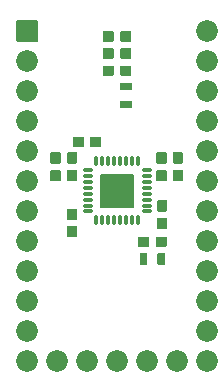
<source format=gbr>
%TF.GenerationSoftware,KiCad,Pcbnew,(5.1.9)-1*%
%TF.CreationDate,2021-07-11T13:39:41+02:00*%
%TF.ProjectId,TinyFPGA-A,54696e79-4650-4474-912d-412e6b696361,rev?*%
%TF.SameCoordinates,Original*%
%TF.FileFunction,Soldermask,Top*%
%TF.FilePolarity,Negative*%
%FSLAX46Y46*%
G04 Gerber Fmt 4.6, Leading zero omitted, Abs format (unit mm)*
G04 Created by KiCad (PCBNEW (5.1.9)-1) date 2021-07-11 13:39:41*
%MOMM*%
%LPD*%
G01*
G04 APERTURE LIST*
%ADD10C,0.300000*%
%ADD11C,0.150000*%
%ADD12C,1.840000*%
%ADD13O,1.840000X1.840000*%
%ADD14O,0.380000X0.840000*%
%ADD15O,0.840000X0.380000*%
G04 APERTURE END LIST*
D10*
%TO.C,U1*%
X90150000Y-132905500D02*
X87650000Y-132905500D01*
D11*
X90250000Y-131555500D02*
X90250000Y-134255500D01*
X87550000Y-131555500D02*
X90250000Y-131555500D01*
X87550000Y-134255500D02*
X87550000Y-131555500D01*
X90250000Y-134255500D02*
X87550000Y-134255500D01*
D10*
X88900000Y-134155500D02*
X88900000Y-131655500D01*
%TD*%
D12*
%TO.C,J3*%
X83820000Y-147320000D03*
D13*
X86360000Y-147320000D03*
X88900000Y-147320000D03*
X91440000Y-147320000D03*
X93980000Y-147320000D03*
%TD*%
%TO.C,J2*%
X96520000Y-147320000D03*
X96520000Y-144780000D03*
X96520000Y-142240000D03*
X96520000Y-139700000D03*
X96520000Y-137160000D03*
X96520000Y-134620000D03*
X96520000Y-132080000D03*
X96520000Y-129540000D03*
X96520000Y-127000000D03*
X96520000Y-124460000D03*
X96520000Y-121920000D03*
D12*
X96520000Y-119380000D03*
%TD*%
%TO.C,J1*%
G36*
G01*
X80360000Y-120230000D02*
X80360000Y-118530000D01*
G75*
G02*
X80430000Y-118460000I70000J0D01*
G01*
X82130000Y-118460000D01*
G75*
G02*
X82200000Y-118530000I0J-70000D01*
G01*
X82200000Y-120230000D01*
G75*
G02*
X82130000Y-120300000I-70000J0D01*
G01*
X80430000Y-120300000D01*
G75*
G02*
X80360000Y-120230000I0J70000D01*
G01*
G37*
D13*
X81280000Y-121920000D03*
X81280000Y-124460000D03*
X81280000Y-127000000D03*
X81280000Y-129540000D03*
X81280000Y-132080000D03*
X81280000Y-134620000D03*
X81280000Y-137160000D03*
X81280000Y-139700000D03*
X81280000Y-142240000D03*
X81280000Y-144780000D03*
X81280000Y-147320000D03*
%TD*%
D14*
%TO.C,U1*%
X90650000Y-135405500D03*
X90150000Y-135405500D03*
X89650000Y-135405500D03*
X89150000Y-135405500D03*
X88650000Y-135405500D03*
X88150000Y-135405500D03*
X87650000Y-135405500D03*
X87150000Y-135405500D03*
D15*
X86400000Y-134655500D03*
X86400000Y-134155500D03*
X86400000Y-133655500D03*
X86400000Y-133155500D03*
X86400000Y-132655500D03*
X86400000Y-132155500D03*
X86400000Y-131655500D03*
X86400000Y-131155500D03*
D14*
X87150000Y-130405500D03*
X87650000Y-130405500D03*
X88150000Y-130405500D03*
X88650000Y-130405500D03*
X89150000Y-130405500D03*
X89650000Y-130405500D03*
X90150000Y-130405500D03*
X90650000Y-130405500D03*
D15*
X91400000Y-131155500D03*
X91400000Y-131655500D03*
X91400000Y-132155500D03*
X91400000Y-132655500D03*
X91400000Y-133155500D03*
X91400000Y-133655500D03*
X91400000Y-134155500D03*
X91400000Y-134655500D03*
G36*
G01*
X90255000Y-133020500D02*
X90255000Y-134190500D01*
G75*
G02*
X90185000Y-134260500I-70000J0D01*
G01*
X89015000Y-134260500D01*
G75*
G02*
X88945000Y-134190500I0J70000D01*
G01*
X88945000Y-133020500D01*
G75*
G02*
X89015000Y-132950500I70000J0D01*
G01*
X90185000Y-132950500D01*
G75*
G02*
X90255000Y-133020500I0J-70000D01*
G01*
G37*
G36*
G01*
X88855000Y-131620500D02*
X88855000Y-132790500D01*
G75*
G02*
X88785000Y-132860500I-70000J0D01*
G01*
X87615000Y-132860500D01*
G75*
G02*
X87545000Y-132790500I0J70000D01*
G01*
X87545000Y-131620500D01*
G75*
G02*
X87615000Y-131550500I70000J0D01*
G01*
X88785000Y-131550500D01*
G75*
G02*
X88855000Y-131620500I0J-70000D01*
G01*
G37*
G36*
G01*
X88855000Y-133020500D02*
X88855000Y-134190500D01*
G75*
G02*
X88785000Y-134260500I-70000J0D01*
G01*
X87615000Y-134260500D01*
G75*
G02*
X87545000Y-134190500I0J70000D01*
G01*
X87545000Y-133020500D01*
G75*
G02*
X87615000Y-132950500I70000J0D01*
G01*
X88785000Y-132950500D01*
G75*
G02*
X88855000Y-133020500I0J-70000D01*
G01*
G37*
G36*
G01*
X90255000Y-131620500D02*
X90255000Y-132790500D01*
G75*
G02*
X90185000Y-132860500I-70000J0D01*
G01*
X89015000Y-132860500D01*
G75*
G02*
X88945000Y-132790500I0J70000D01*
G01*
X88945000Y-131620500D01*
G75*
G02*
X89015000Y-131550500I70000J0D01*
G01*
X90185000Y-131550500D01*
G75*
G02*
X90255000Y-131620500I0J-70000D01*
G01*
G37*
%TD*%
%TO.C,C2*%
G36*
G01*
X90120000Y-120910000D02*
X90120000Y-121660000D01*
G75*
G02*
X90050000Y-121730000I-70000J0D01*
G01*
X89250000Y-121730000D01*
G75*
G02*
X89180000Y-121660000I0J70000D01*
G01*
X89180000Y-120910000D01*
G75*
G02*
X89250000Y-120840000I70000J0D01*
G01*
X90050000Y-120840000D01*
G75*
G02*
X90120000Y-120910000I0J-70000D01*
G01*
G37*
G36*
G01*
X88620000Y-120910000D02*
X88620000Y-121660000D01*
G75*
G02*
X88550000Y-121730000I-70000J0D01*
G01*
X87750000Y-121730000D01*
G75*
G02*
X87680000Y-121660000I0J70000D01*
G01*
X87680000Y-120910000D01*
G75*
G02*
X87750000Y-120840000I70000J0D01*
G01*
X88550000Y-120840000D01*
G75*
G02*
X88620000Y-120910000I0J-70000D01*
G01*
G37*
%TD*%
%TO.C,C4*%
G36*
G01*
X84068000Y-132093500D02*
X83318000Y-132093500D01*
G75*
G02*
X83248000Y-132023500I0J70000D01*
G01*
X83248000Y-131223500D01*
G75*
G02*
X83318000Y-131153500I70000J0D01*
G01*
X84068000Y-131153500D01*
G75*
G02*
X84138000Y-131223500I0J-70000D01*
G01*
X84138000Y-132023500D01*
G75*
G02*
X84068000Y-132093500I-70000J0D01*
G01*
G37*
G36*
G01*
X84068000Y-130593500D02*
X83318000Y-130593500D01*
G75*
G02*
X83248000Y-130523500I0J70000D01*
G01*
X83248000Y-129723500D01*
G75*
G02*
X83318000Y-129653500I70000J0D01*
G01*
X84068000Y-129653500D01*
G75*
G02*
X84138000Y-129723500I0J-70000D01*
G01*
X84138000Y-130523500D01*
G75*
G02*
X84068000Y-130593500I-70000J0D01*
G01*
G37*
%TD*%
%TO.C,C8*%
G36*
G01*
X87580000Y-128403000D02*
X87580000Y-129153000D01*
G75*
G02*
X87510000Y-129223000I-70000J0D01*
G01*
X86710000Y-129223000D01*
G75*
G02*
X86640000Y-129153000I0J70000D01*
G01*
X86640000Y-128403000D01*
G75*
G02*
X86710000Y-128333000I70000J0D01*
G01*
X87510000Y-128333000D01*
G75*
G02*
X87580000Y-128403000I0J-70000D01*
G01*
G37*
G36*
G01*
X86080000Y-128403000D02*
X86080000Y-129153000D01*
G75*
G02*
X86010000Y-129223000I-70000J0D01*
G01*
X85210000Y-129223000D01*
G75*
G02*
X85140000Y-129153000I0J70000D01*
G01*
X85140000Y-128403000D01*
G75*
G02*
X85210000Y-128333000I70000J0D01*
G01*
X86010000Y-128333000D01*
G75*
G02*
X86080000Y-128403000I0J-70000D01*
G01*
G37*
%TD*%
%TO.C,C9*%
G36*
G01*
X93034200Y-132093500D02*
X92284200Y-132093500D01*
G75*
G02*
X92214200Y-132023500I0J70000D01*
G01*
X92214200Y-131223500D01*
G75*
G02*
X92284200Y-131153500I70000J0D01*
G01*
X93034200Y-131153500D01*
G75*
G02*
X93104200Y-131223500I0J-70000D01*
G01*
X93104200Y-132023500D01*
G75*
G02*
X93034200Y-132093500I-70000J0D01*
G01*
G37*
G36*
G01*
X93034200Y-130593500D02*
X92284200Y-130593500D01*
G75*
G02*
X92214200Y-130523500I0J70000D01*
G01*
X92214200Y-129723500D01*
G75*
G02*
X92284200Y-129653500I70000J0D01*
G01*
X93034200Y-129653500D01*
G75*
G02*
X93104200Y-129723500I0J-70000D01*
G01*
X93104200Y-130523500D01*
G75*
G02*
X93034200Y-130593500I-70000J0D01*
G01*
G37*
%TD*%
%TO.C,C10*%
G36*
G01*
X94431200Y-132093500D02*
X93681200Y-132093500D01*
G75*
G02*
X93611200Y-132023500I0J70000D01*
G01*
X93611200Y-131223500D01*
G75*
G02*
X93681200Y-131153500I70000J0D01*
G01*
X94431200Y-131153500D01*
G75*
G02*
X94501200Y-131223500I0J-70000D01*
G01*
X94501200Y-132023500D01*
G75*
G02*
X94431200Y-132093500I-70000J0D01*
G01*
G37*
G36*
G01*
X94431200Y-130593500D02*
X93681200Y-130593500D01*
G75*
G02*
X93611200Y-130523500I0J70000D01*
G01*
X93611200Y-129723500D01*
G75*
G02*
X93681200Y-129653500I70000J0D01*
G01*
X94431200Y-129653500D01*
G75*
G02*
X94501200Y-129723500I0J-70000D01*
G01*
X94501200Y-130523500D01*
G75*
G02*
X94431200Y-130593500I-70000J0D01*
G01*
G37*
%TD*%
%TO.C,C11*%
G36*
G01*
X92335000Y-133717500D02*
X93085000Y-133717500D01*
G75*
G02*
X93155000Y-133787500I0J-70000D01*
G01*
X93155000Y-134587500D01*
G75*
G02*
X93085000Y-134657500I-70000J0D01*
G01*
X92335000Y-134657500D01*
G75*
G02*
X92265000Y-134587500I0J70000D01*
G01*
X92265000Y-133787500D01*
G75*
G02*
X92335000Y-133717500I70000J0D01*
G01*
G37*
G36*
G01*
X92335000Y-135217500D02*
X93085000Y-135217500D01*
G75*
G02*
X93155000Y-135287500I0J-70000D01*
G01*
X93155000Y-136087500D01*
G75*
G02*
X93085000Y-136157500I-70000J0D01*
G01*
X92335000Y-136157500D01*
G75*
G02*
X92265000Y-136087500I0J70000D01*
G01*
X92265000Y-135287500D01*
G75*
G02*
X92335000Y-135217500I70000J0D01*
G01*
G37*
%TD*%
%TO.C,R1*%
G36*
G01*
X90814500Y-139134000D02*
X90814500Y-138234000D01*
G75*
G02*
X90884500Y-138164000I70000J0D01*
G01*
X91384500Y-138164000D01*
G75*
G02*
X91454500Y-138234000I0J-70000D01*
G01*
X91454500Y-139134000D01*
G75*
G02*
X91384500Y-139204000I-70000J0D01*
G01*
X90884500Y-139204000D01*
G75*
G02*
X90814500Y-139134000I0J70000D01*
G01*
G37*
G36*
G01*
X92314500Y-139134000D02*
X92314500Y-138234000D01*
G75*
G02*
X92384500Y-138164000I70000J0D01*
G01*
X92884500Y-138164000D01*
G75*
G02*
X92954500Y-138234000I0J-70000D01*
G01*
X92954500Y-139134000D01*
G75*
G02*
X92884500Y-139204000I-70000J0D01*
G01*
X92384500Y-139204000D01*
G75*
G02*
X92314500Y-139134000I0J70000D01*
G01*
G37*
%TD*%
%TO.C,C1*%
G36*
G01*
X90120000Y-119449500D02*
X90120000Y-120199500D01*
G75*
G02*
X90050000Y-120269500I-70000J0D01*
G01*
X89250000Y-120269500D01*
G75*
G02*
X89180000Y-120199500I0J70000D01*
G01*
X89180000Y-119449500D01*
G75*
G02*
X89250000Y-119379500I70000J0D01*
G01*
X90050000Y-119379500D01*
G75*
G02*
X90120000Y-119449500I0J-70000D01*
G01*
G37*
G36*
G01*
X88620000Y-119449500D02*
X88620000Y-120199500D01*
G75*
G02*
X88550000Y-120269500I-70000J0D01*
G01*
X87750000Y-120269500D01*
G75*
G02*
X87680000Y-120199500I0J70000D01*
G01*
X87680000Y-119449500D01*
G75*
G02*
X87750000Y-119379500I70000J0D01*
G01*
X88550000Y-119379500D01*
G75*
G02*
X88620000Y-119449500I0J-70000D01*
G01*
G37*
%TD*%
%TO.C,C3*%
G36*
G01*
X90120000Y-122370500D02*
X90120000Y-123120500D01*
G75*
G02*
X90050000Y-123190500I-70000J0D01*
G01*
X89250000Y-123190500D01*
G75*
G02*
X89180000Y-123120500I0J70000D01*
G01*
X89180000Y-122370500D01*
G75*
G02*
X89250000Y-122300500I70000J0D01*
G01*
X90050000Y-122300500D01*
G75*
G02*
X90120000Y-122370500I0J-70000D01*
G01*
G37*
G36*
G01*
X88620000Y-122370500D02*
X88620000Y-123120500D01*
G75*
G02*
X88550000Y-123190500I-70000J0D01*
G01*
X87750000Y-123190500D01*
G75*
G02*
X87680000Y-123120500I0J70000D01*
G01*
X87680000Y-122370500D01*
G75*
G02*
X87750000Y-122300500I70000J0D01*
G01*
X88550000Y-122300500D01*
G75*
G02*
X88620000Y-122370500I0J-70000D01*
G01*
G37*
%TD*%
%TO.C,C5*%
G36*
G01*
X85465000Y-132093500D02*
X84715000Y-132093500D01*
G75*
G02*
X84645000Y-132023500I0J70000D01*
G01*
X84645000Y-131223500D01*
G75*
G02*
X84715000Y-131153500I70000J0D01*
G01*
X85465000Y-131153500D01*
G75*
G02*
X85535000Y-131223500I0J-70000D01*
G01*
X85535000Y-132023500D01*
G75*
G02*
X85465000Y-132093500I-70000J0D01*
G01*
G37*
G36*
G01*
X85465000Y-130593500D02*
X84715000Y-130593500D01*
G75*
G02*
X84645000Y-130523500I0J70000D01*
G01*
X84645000Y-129723500D01*
G75*
G02*
X84715000Y-129653500I70000J0D01*
G01*
X85465000Y-129653500D01*
G75*
G02*
X85535000Y-129723500I0J-70000D01*
G01*
X85535000Y-130523500D01*
G75*
G02*
X85465000Y-130593500I-70000J0D01*
G01*
G37*
%TD*%
%TO.C,C6*%
G36*
G01*
X90664500Y-137598500D02*
X90664500Y-136848500D01*
G75*
G02*
X90734500Y-136778500I70000J0D01*
G01*
X91534500Y-136778500D01*
G75*
G02*
X91604500Y-136848500I0J-70000D01*
G01*
X91604500Y-137598500D01*
G75*
G02*
X91534500Y-137668500I-70000J0D01*
G01*
X90734500Y-137668500D01*
G75*
G02*
X90664500Y-137598500I0J70000D01*
G01*
G37*
G36*
G01*
X92164500Y-137598500D02*
X92164500Y-136848500D01*
G75*
G02*
X92234500Y-136778500I70000J0D01*
G01*
X93034500Y-136778500D01*
G75*
G02*
X93104500Y-136848500I0J-70000D01*
G01*
X93104500Y-137598500D01*
G75*
G02*
X93034500Y-137668500I-70000J0D01*
G01*
X92234500Y-137668500D01*
G75*
G02*
X92164500Y-137598500I0J70000D01*
G01*
G37*
%TD*%
%TO.C,C7*%
G36*
G01*
X84715000Y-134416000D02*
X85465000Y-134416000D01*
G75*
G02*
X85535000Y-134486000I0J-70000D01*
G01*
X85535000Y-135286000D01*
G75*
G02*
X85465000Y-135356000I-70000J0D01*
G01*
X84715000Y-135356000D01*
G75*
G02*
X84645000Y-135286000I0J70000D01*
G01*
X84645000Y-134486000D01*
G75*
G02*
X84715000Y-134416000I70000J0D01*
G01*
G37*
G36*
G01*
X84715000Y-135916000D02*
X85465000Y-135916000D01*
G75*
G02*
X85535000Y-135986000I0J-70000D01*
G01*
X85535000Y-136786000D01*
G75*
G02*
X85465000Y-136856000I-70000J0D01*
G01*
X84715000Y-136856000D01*
G75*
G02*
X84645000Y-136786000I0J70000D01*
G01*
X84645000Y-135986000D01*
G75*
G02*
X84715000Y-135916000I70000J0D01*
G01*
G37*
%TD*%
%TO.C,L1*%
G36*
G01*
X90112000Y-125911000D02*
X89212000Y-125911000D01*
G75*
G02*
X89142000Y-125841000I0J70000D01*
G01*
X89142000Y-125341000D01*
G75*
G02*
X89212000Y-125271000I70000J0D01*
G01*
X90112000Y-125271000D01*
G75*
G02*
X90182000Y-125341000I0J-70000D01*
G01*
X90182000Y-125841000D01*
G75*
G02*
X90112000Y-125911000I-70000J0D01*
G01*
G37*
G36*
G01*
X90112000Y-124411000D02*
X89212000Y-124411000D01*
G75*
G02*
X89142000Y-124341000I0J70000D01*
G01*
X89142000Y-123841000D01*
G75*
G02*
X89212000Y-123771000I70000J0D01*
G01*
X90112000Y-123771000D01*
G75*
G02*
X90182000Y-123841000I0J-70000D01*
G01*
X90182000Y-124341000D01*
G75*
G02*
X90112000Y-124411000I-70000J0D01*
G01*
G37*
%TD*%
M02*

</source>
